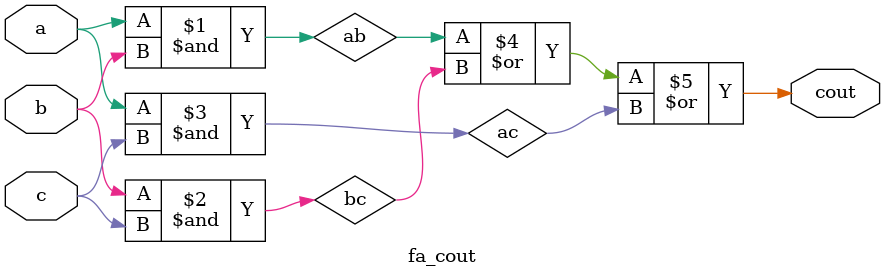
<source format=v>
module fa_cout (cout, a, b, c);
	output cout;
	input a, b, c;
	wire ab, bc, ac;

	and ab_gate (ab, a, b);
	and bc_gate (bc, b, c);
	and ac_gate (ac, a, c);
	or cout_gate (cout, ab, bc, ac);
endmodule

</source>
